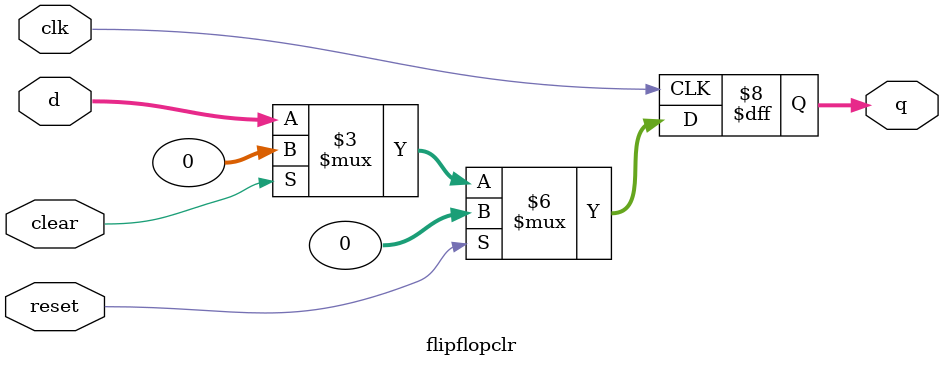
<source format=v>

module flipflopclr #(parameter WIDTH=32)
    (output reg [ WIDTH-1:0] q,
        input [WIDTH-1:0] d,
        input clk,reset,clear);
    always @(posedge clk)
        if(reset)
             #1 q<=0;
        else if(clear)
            #1 q<=0;
        else
            q<=d;
        endmodule

</source>
